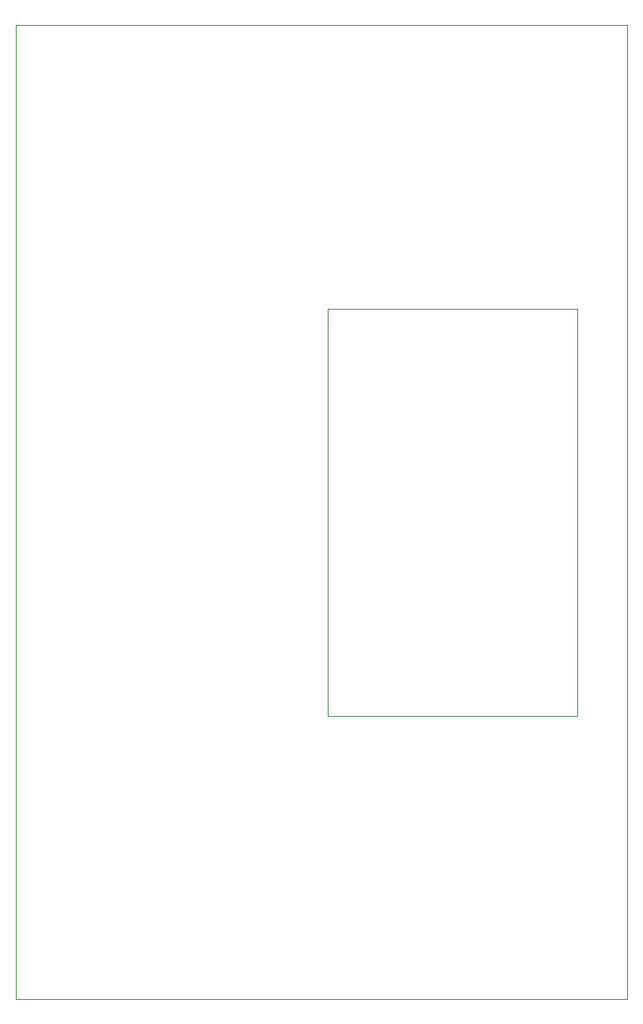
<source format=gm1>
G04 #@! TF.GenerationSoftware,KiCad,Pcbnew,(6.0.2)*
G04 #@! TF.CreationDate,2022-03-23T23:40:58-07:00*
G04 #@! TF.ProjectId,test_rope,74657374-5f72-46f7-9065-2e6b69636164,rev?*
G04 #@! TF.SameCoordinates,Original*
G04 #@! TF.FileFunction,Profile,NP*
%FSLAX46Y46*%
G04 Gerber Fmt 4.6, Leading zero omitted, Abs format (unit mm)*
G04 Created by KiCad (PCBNEW (6.0.2)) date 2022-03-23 23:40:58*
%MOMM*%
%LPD*%
G01*
G04 APERTURE LIST*
G04 #@! TA.AperFunction,Profile*
%ADD10C,0.100000*%
G04 #@! TD*
G04 APERTURE END LIST*
D10*
X133350000Y-66929000D02*
X158750000Y-66929000D01*
X158750000Y-66929000D02*
X158750000Y-108331000D01*
X158750000Y-108331000D02*
X133350000Y-108331000D01*
X133350000Y-108331000D02*
X133350000Y-66929000D01*
X101600000Y-38100000D02*
X163830000Y-38100000D01*
X163830000Y-38100000D02*
X163830000Y-137160000D01*
X163830000Y-137160000D02*
X101600000Y-137160000D01*
X101600000Y-137160000D02*
X101600000Y-38100000D01*
M02*

</source>
